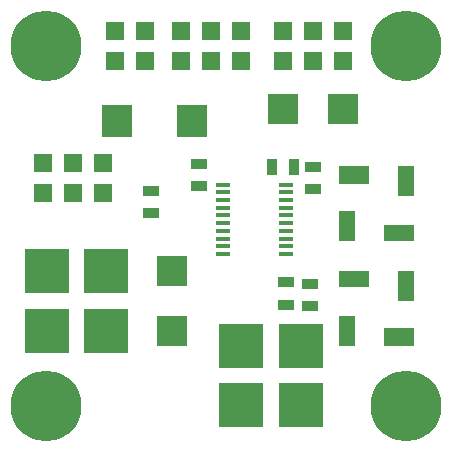
<source format=gbr>
G04 #@! TF.FileFunction,Soldermask,Bot*
%FSLAX46Y46*%
G04 Gerber Fmt 4.6, Leading zero omitted, Abs format (unit mm)*
G04 Created by KiCad (PCBNEW 0.201508241000+6117~28~ubuntu15.04.1-product) date Út 25. srpen 2015, 11:09:19 CEST*
%MOMM*%
G01*
G04 APERTURE LIST*
%ADD10C,0.100000*%
%ADD11R,1.397000X0.889000*%
%ADD12R,1.524000X1.524000*%
%ADD13R,0.889000X1.397000*%
%ADD14R,2.499360X2.550160*%
%ADD15R,2.550160X2.700020*%
%ADD16R,1.400000X2.600000*%
%ADD17R,2.600000X1.400000*%
%ADD18R,2.600000X1.600000*%
%ADD19R,1.270000X0.406400*%
%ADD20C,6.000000*%
%ADD21R,3.810000X3.810000*%
%ADD22R,2.550160X2.499360*%
G04 APERTURE END LIST*
D10*
D11*
X13970000Y11239500D03*
X13970000Y13144500D03*
D12*
X9906000Y12954000D03*
X7366000Y12954000D03*
X4826000Y12954000D03*
D11*
X18034000Y13525500D03*
X18034000Y15430500D03*
X27686000Y13271500D03*
X27686000Y15176500D03*
D13*
X24193500Y15113000D03*
X26098500Y15113000D03*
D11*
X27432000Y5270500D03*
X27432000Y3365500D03*
X25400000Y5397500D03*
X25400000Y3492500D03*
D14*
X15748000Y1285240D03*
X15748000Y6334760D03*
D15*
X11049000Y19050000D03*
X17399000Y19050000D03*
D16*
X35520000Y5075000D03*
D17*
X31120000Y5675000D03*
D16*
X30520000Y1275000D03*
D18*
X34920000Y775000D03*
D16*
X30520000Y10165000D03*
D17*
X34920000Y9565000D03*
D16*
X35520000Y13965000D03*
D18*
X31120000Y14465000D03*
D19*
X20051760Y7782300D03*
X20051760Y8417300D03*
X20051760Y9077700D03*
X20051760Y9738100D03*
X20051760Y10373100D03*
X20051760Y11033500D03*
X20051760Y11693900D03*
X20051760Y12328900D03*
X20051760Y12989300D03*
X20051760Y13624300D03*
X25385760Y13624300D03*
X25385760Y12989300D03*
X25385760Y12328900D03*
X25385760Y11693900D03*
X25385760Y11033500D03*
X25385760Y10373100D03*
X25385760Y9738100D03*
X25385760Y9077700D03*
X25385760Y8417300D03*
X25385760Y7782300D03*
D12*
X9906000Y15494000D03*
X7366000Y15494000D03*
X4826000Y15494000D03*
X10922000Y24130000D03*
X10922000Y26670000D03*
X13462000Y24130000D03*
X13462000Y26670000D03*
X25146000Y24130000D03*
X25146000Y26670000D03*
X27686000Y24130000D03*
X27686000Y26670000D03*
X30226000Y24130000D03*
X30226000Y26670000D03*
X16510000Y24130000D03*
X16510000Y26670000D03*
X19050000Y24130000D03*
X19050000Y26670000D03*
X21590000Y24130000D03*
X21590000Y26670000D03*
D20*
X5080000Y25400000D03*
X5080000Y-5080000D03*
X35560000Y25400000D03*
X35560000Y-5080000D03*
D21*
X5160000Y6350000D03*
X10160000Y6350000D03*
X5160000Y1270000D03*
X10160000Y1270000D03*
X26670000Y-5000000D03*
X26670000Y0D03*
X21590000Y-5000000D03*
X21590000Y0D03*
D22*
X30210760Y20066000D03*
X25161240Y20066000D03*
M02*

</source>
